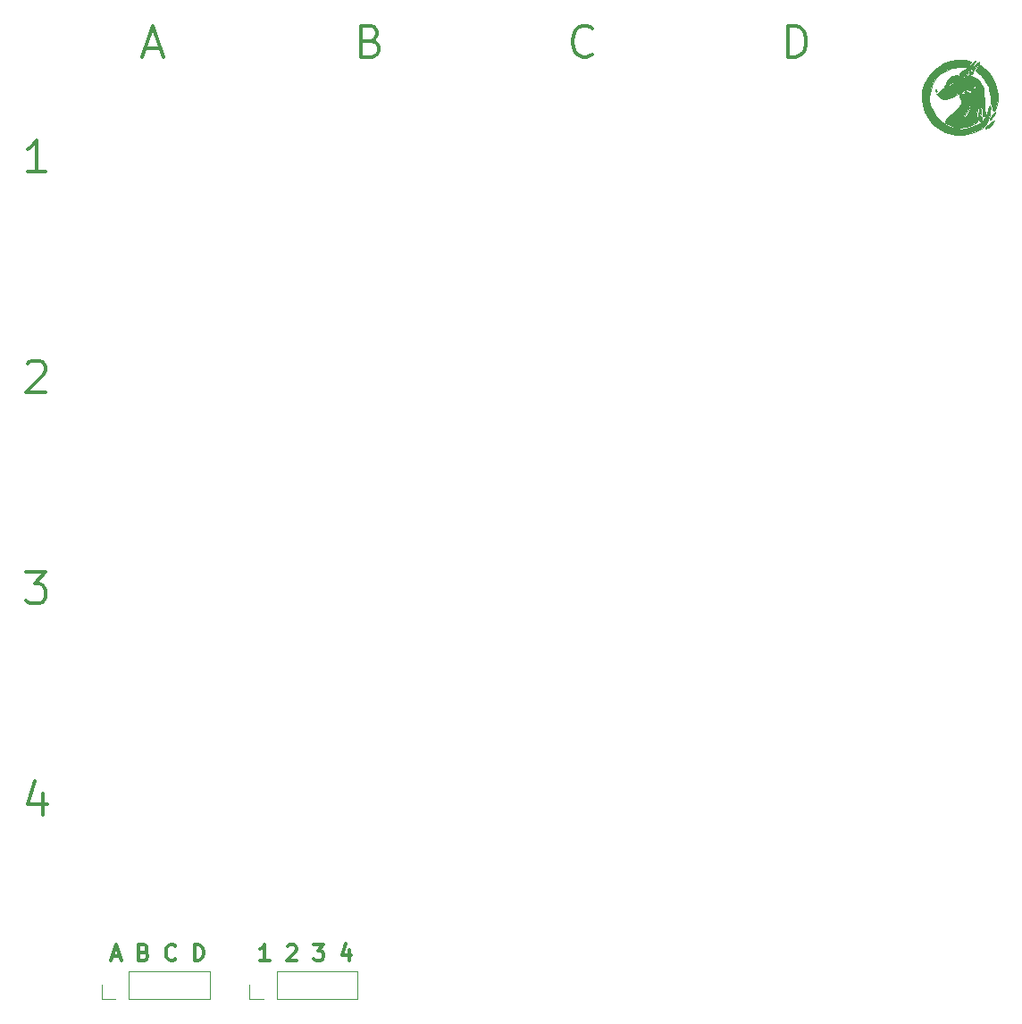
<source format=gbr>
G04 #@! TF.GenerationSoftware,KiCad,Pcbnew,(5.1.5)-3*
G04 #@! TF.CreationDate,2021-02-09T20:58:30+01:00*
G04 #@! TF.ProjectId,Keyboard,4b657962-6f61-4726-942e-6b696361645f,rev?*
G04 #@! TF.SameCoordinates,Original*
G04 #@! TF.FileFunction,Legend,Top*
G04 #@! TF.FilePolarity,Positive*
%FSLAX46Y46*%
G04 Gerber Fmt 4.6, Leading zero omitted, Abs format (unit mm)*
G04 Created by KiCad (PCBNEW (5.1.5)-3) date 2021-02-09 20:58:30*
%MOMM*%
%LPD*%
G04 APERTURE LIST*
%ADD10C,0.300000*%
%ADD11C,0.010000*%
%ADD12C,0.120000*%
%ADD13C,0.150000*%
G04 APERTURE END LIST*
D10*
X114571428Y-127678571D02*
X113714285Y-127678571D01*
X114142857Y-127678571D02*
X114142857Y-126178571D01*
X114000000Y-126392857D01*
X113857142Y-126535714D01*
X113714285Y-126607142D01*
X116285714Y-126321428D02*
X116357142Y-126250000D01*
X116500000Y-126178571D01*
X116857142Y-126178571D01*
X117000000Y-126250000D01*
X117071428Y-126321428D01*
X117142857Y-126464285D01*
X117142857Y-126607142D01*
X117071428Y-126821428D01*
X116214285Y-127678571D01*
X117142857Y-127678571D01*
X118785714Y-126178571D02*
X119714285Y-126178571D01*
X119214285Y-126750000D01*
X119428571Y-126750000D01*
X119571428Y-126821428D01*
X119642857Y-126892857D01*
X119714285Y-127035714D01*
X119714285Y-127392857D01*
X119642857Y-127535714D01*
X119571428Y-127607142D01*
X119428571Y-127678571D01*
X119000000Y-127678571D01*
X118857142Y-127607142D01*
X118785714Y-127535714D01*
X122142857Y-126678571D02*
X122142857Y-127678571D01*
X121785714Y-126107142D02*
X121428571Y-127178571D01*
X122357142Y-127178571D01*
X99678571Y-127250000D02*
X100392857Y-127250000D01*
X99535714Y-127678571D02*
X100035714Y-126178571D01*
X100535714Y-127678571D01*
X102678571Y-126892857D02*
X102892857Y-126964285D01*
X102964285Y-127035714D01*
X103035714Y-127178571D01*
X103035714Y-127392857D01*
X102964285Y-127535714D01*
X102892857Y-127607142D01*
X102750000Y-127678571D01*
X102178571Y-127678571D01*
X102178571Y-126178571D01*
X102678571Y-126178571D01*
X102821428Y-126250000D01*
X102892857Y-126321428D01*
X102964285Y-126464285D01*
X102964285Y-126607142D01*
X102892857Y-126750000D01*
X102821428Y-126821428D01*
X102678571Y-126892857D01*
X102178571Y-126892857D01*
X105678571Y-127535714D02*
X105607142Y-127607142D01*
X105392857Y-127678571D01*
X105250000Y-127678571D01*
X105035714Y-127607142D01*
X104892857Y-127464285D01*
X104821428Y-127321428D01*
X104750000Y-127035714D01*
X104750000Y-126821428D01*
X104821428Y-126535714D01*
X104892857Y-126392857D01*
X105035714Y-126250000D01*
X105250000Y-126178571D01*
X105392857Y-126178571D01*
X105607142Y-126250000D01*
X105678571Y-126321428D01*
X107464285Y-127678571D02*
X107464285Y-126178571D01*
X107821428Y-126178571D01*
X108035714Y-126250000D01*
X108178571Y-126392857D01*
X108250000Y-126535714D01*
X108321428Y-126821428D01*
X108321428Y-127035714D01*
X108250000Y-127321428D01*
X108178571Y-127464285D01*
X108035714Y-127607142D01*
X107821428Y-127678571D01*
X107464285Y-127678571D01*
X93071428Y-111857142D02*
X93071428Y-113857142D01*
X92357142Y-110714285D02*
X91642857Y-112857142D01*
X93500000Y-112857142D01*
X91500000Y-90857142D02*
X93357142Y-90857142D01*
X92357142Y-92000000D01*
X92785714Y-92000000D01*
X93071428Y-92142857D01*
X93214285Y-92285714D01*
X93357142Y-92571428D01*
X93357142Y-93285714D01*
X93214285Y-93571428D01*
X93071428Y-93714285D01*
X92785714Y-93857142D01*
X91928571Y-93857142D01*
X91642857Y-93714285D01*
X91500000Y-93571428D01*
X91642857Y-71142857D02*
X91785714Y-71000000D01*
X92071428Y-70857142D01*
X92785714Y-70857142D01*
X93071428Y-71000000D01*
X93214285Y-71142857D01*
X93357142Y-71428571D01*
X93357142Y-71714285D01*
X93214285Y-72142857D01*
X91500000Y-73857142D01*
X93357142Y-73857142D01*
X93357142Y-52959142D02*
X91642857Y-52959142D01*
X92500000Y-52959142D02*
X92500000Y-49959142D01*
X92214285Y-50387714D01*
X91928571Y-50673428D01*
X91642857Y-50816285D01*
X163714285Y-42107142D02*
X163714285Y-39107142D01*
X164428571Y-39107142D01*
X164857142Y-39250000D01*
X165142857Y-39535714D01*
X165285714Y-39821428D01*
X165428571Y-40392857D01*
X165428571Y-40821428D01*
X165285714Y-41392857D01*
X165142857Y-41678571D01*
X164857142Y-41964285D01*
X164428571Y-42107142D01*
X163714285Y-42107142D01*
X145178571Y-41821428D02*
X145035714Y-41964285D01*
X144607142Y-42107142D01*
X144321428Y-42107142D01*
X143892857Y-41964285D01*
X143607142Y-41678571D01*
X143464285Y-41392857D01*
X143321428Y-40821428D01*
X143321428Y-40392857D01*
X143464285Y-39821428D01*
X143607142Y-39535714D01*
X143892857Y-39250000D01*
X144321428Y-39107142D01*
X144607142Y-39107142D01*
X145035714Y-39250000D01*
X145178571Y-39392857D01*
X124214285Y-40535714D02*
X124642857Y-40678571D01*
X124785714Y-40821428D01*
X124928571Y-41107142D01*
X124928571Y-41535714D01*
X124785714Y-41821428D01*
X124642857Y-41964285D01*
X124357142Y-42107142D01*
X123214285Y-42107142D01*
X123214285Y-39107142D01*
X124214285Y-39107142D01*
X124500000Y-39250000D01*
X124642857Y-39392857D01*
X124785714Y-39678571D01*
X124785714Y-39964285D01*
X124642857Y-40250000D01*
X124500000Y-40392857D01*
X124214285Y-40535714D01*
X123214285Y-40535714D01*
X102785714Y-41250000D02*
X104214285Y-41250000D01*
X102500000Y-42107142D02*
X103500000Y-39107142D01*
X104500000Y-42107142D01*
D11*
G36*
X180489194Y-42368544D02*
G01*
X180497414Y-42369671D01*
X180828950Y-42421904D01*
X181026325Y-42475419D01*
X181100525Y-42542437D01*
X181062537Y-42635181D01*
X180923346Y-42765870D01*
X180883054Y-42798663D01*
X180723038Y-42918700D01*
X180580507Y-42991612D01*
X180409445Y-43030432D01*
X180163841Y-43048193D01*
X179982798Y-43053645D01*
X179316176Y-43135360D01*
X178718352Y-43338943D01*
X178199969Y-43653657D01*
X177771669Y-44068765D01*
X177444098Y-44573531D01*
X177227897Y-45157216D01*
X177133711Y-45809084D01*
X177130552Y-45930996D01*
X177133078Y-46252226D01*
X177156410Y-46488312D01*
X177214304Y-46699497D01*
X177320515Y-46946023D01*
X177399294Y-47107955D01*
X177764911Y-47685689D01*
X178244868Y-48177522D01*
X178720973Y-48511541D01*
X179037762Y-48659762D01*
X179425351Y-48788042D01*
X179818137Y-48877976D01*
X180145559Y-48911175D01*
X180505862Y-48873107D01*
X180914559Y-48772596D01*
X181300615Y-48630177D01*
X181526889Y-48511822D01*
X181720443Y-48402227D01*
X181874282Y-48336931D01*
X181915928Y-48328940D01*
X182047424Y-48272097D01*
X182178953Y-48141767D01*
X182253204Y-47998250D01*
X182256161Y-47970979D01*
X182305617Y-47854568D01*
X182388789Y-47758371D01*
X182474352Y-47632672D01*
X182579003Y-47411145D01*
X182682249Y-47138039D01*
X182697535Y-47091691D01*
X182785166Y-46824779D01*
X182839234Y-46683055D01*
X182869853Y-46652858D01*
X182887139Y-46720524D01*
X182897015Y-46822262D01*
X182888484Y-47183854D01*
X182818946Y-47598717D01*
X182702708Y-48011101D01*
X182554079Y-48365257D01*
X182461994Y-48517419D01*
X182176518Y-48804861D01*
X181779011Y-49050228D01*
X181298933Y-49245614D01*
X180765746Y-49383114D01*
X180208910Y-49454820D01*
X179657886Y-49452827D01*
X179218543Y-49387840D01*
X178594448Y-49178169D01*
X177998336Y-48849457D01*
X177475858Y-48427150D01*
X177451446Y-48402996D01*
X176999910Y-47855925D01*
X176675233Y-47256960D01*
X176476181Y-46623344D01*
X176401522Y-45972320D01*
X176450022Y-45321133D01*
X176620450Y-44687025D01*
X176911572Y-44087239D01*
X177322155Y-43539019D01*
X177832485Y-43073512D01*
X178436158Y-42704413D01*
X179097085Y-42459416D01*
X179789889Y-42345226D01*
X180489194Y-42368544D01*
G37*
X180489194Y-42368544D02*
X180497414Y-42369671D01*
X180828950Y-42421904D01*
X181026325Y-42475419D01*
X181100525Y-42542437D01*
X181062537Y-42635181D01*
X180923346Y-42765870D01*
X180883054Y-42798663D01*
X180723038Y-42918700D01*
X180580507Y-42991612D01*
X180409445Y-43030432D01*
X180163841Y-43048193D01*
X179982798Y-43053645D01*
X179316176Y-43135360D01*
X178718352Y-43338943D01*
X178199969Y-43653657D01*
X177771669Y-44068765D01*
X177444098Y-44573531D01*
X177227897Y-45157216D01*
X177133711Y-45809084D01*
X177130552Y-45930996D01*
X177133078Y-46252226D01*
X177156410Y-46488312D01*
X177214304Y-46699497D01*
X177320515Y-46946023D01*
X177399294Y-47107955D01*
X177764911Y-47685689D01*
X178244868Y-48177522D01*
X178720973Y-48511541D01*
X179037762Y-48659762D01*
X179425351Y-48788042D01*
X179818137Y-48877976D01*
X180145559Y-48911175D01*
X180505862Y-48873107D01*
X180914559Y-48772596D01*
X181300615Y-48630177D01*
X181526889Y-48511822D01*
X181720443Y-48402227D01*
X181874282Y-48336931D01*
X181915928Y-48328940D01*
X182047424Y-48272097D01*
X182178953Y-48141767D01*
X182253204Y-47998250D01*
X182256161Y-47970979D01*
X182305617Y-47854568D01*
X182388789Y-47758371D01*
X182474352Y-47632672D01*
X182579003Y-47411145D01*
X182682249Y-47138039D01*
X182697535Y-47091691D01*
X182785166Y-46824779D01*
X182839234Y-46683055D01*
X182869853Y-46652858D01*
X182887139Y-46720524D01*
X182897015Y-46822262D01*
X182888484Y-47183854D01*
X182818946Y-47598717D01*
X182702708Y-48011101D01*
X182554079Y-48365257D01*
X182461994Y-48517419D01*
X182176518Y-48804861D01*
X181779011Y-49050228D01*
X181298933Y-49245614D01*
X180765746Y-49383114D01*
X180208910Y-49454820D01*
X179657886Y-49452827D01*
X179218543Y-49387840D01*
X178594448Y-49178169D01*
X177998336Y-48849457D01*
X177475858Y-48427150D01*
X177451446Y-48402996D01*
X176999910Y-47855925D01*
X176675233Y-47256960D01*
X176476181Y-46623344D01*
X176401522Y-45972320D01*
X176450022Y-45321133D01*
X176620450Y-44687025D01*
X176911572Y-44087239D01*
X177322155Y-43539019D01*
X177832485Y-43073512D01*
X178436158Y-42704413D01*
X179097085Y-42459416D01*
X179789889Y-42345226D01*
X180489194Y-42368544D01*
G36*
X183228203Y-48203508D02*
G01*
X183138537Y-48340976D01*
X183007102Y-48502603D01*
X182865250Y-48649795D01*
X182745599Y-48743257D01*
X182560987Y-48821379D01*
X182442313Y-48824282D01*
X182418157Y-48751601D01*
X182419460Y-48747422D01*
X182495204Y-48651853D01*
X182646947Y-48526102D01*
X182698448Y-48490242D01*
X182894716Y-48353799D01*
X183059383Y-48230382D01*
X183081847Y-48212108D01*
X183194771Y-48136740D01*
X183244748Y-48128797D01*
X183228203Y-48203508D01*
G37*
X183228203Y-48203508D02*
X183138537Y-48340976D01*
X183007102Y-48502603D01*
X182865250Y-48649795D01*
X182745599Y-48743257D01*
X182560987Y-48821379D01*
X182442313Y-48824282D01*
X182418157Y-48751601D01*
X182419460Y-48747422D01*
X182495204Y-48651853D01*
X182646947Y-48526102D01*
X182698448Y-48490242D01*
X182894716Y-48353799D01*
X183059383Y-48230382D01*
X183081847Y-48212108D01*
X183194771Y-48136740D01*
X183244748Y-48128797D01*
X183228203Y-48203508D01*
G36*
X179836600Y-43773923D02*
G01*
X179820028Y-43813422D01*
X179841552Y-43898263D01*
X179946005Y-43993725D01*
X180109130Y-44063355D01*
X180302676Y-44050765D01*
X180377123Y-44032066D01*
X180573193Y-43958334D01*
X180710393Y-43872418D01*
X180721353Y-43860771D01*
X180796082Y-43805635D01*
X180912145Y-43808162D01*
X181111322Y-43867649D01*
X181512455Y-44057596D01*
X181827569Y-44334129D01*
X182076077Y-44699415D01*
X182162724Y-44862797D01*
X182223131Y-45007582D01*
X182262643Y-45165757D01*
X182286601Y-45369308D01*
X182300349Y-45650221D01*
X182309229Y-46040482D01*
X182310320Y-46101823D01*
X182321786Y-46493949D01*
X182340649Y-46854209D01*
X182364483Y-47147207D01*
X182390867Y-47337549D01*
X182396560Y-47361368D01*
X182430848Y-47539215D01*
X182399008Y-47627288D01*
X182357457Y-47650628D01*
X182238234Y-47663479D01*
X182205867Y-47647891D01*
X182173447Y-47543549D01*
X182157543Y-47346408D01*
X182158186Y-47108290D01*
X182175403Y-46881018D01*
X182205345Y-46727794D01*
X182240964Y-46604214D01*
X182216156Y-46608195D01*
X182150760Y-46687120D01*
X182074913Y-46863120D01*
X182039025Y-47123278D01*
X182037823Y-47182676D01*
X182019737Y-47405535D01*
X181974413Y-47487504D01*
X181915249Y-47427465D01*
X181855644Y-47224300D01*
X181850594Y-47198307D01*
X181804610Y-47031434D01*
X181752923Y-46948240D01*
X181745003Y-46946132D01*
X181690430Y-47012097D01*
X181647883Y-47183089D01*
X181622196Y-47418754D01*
X181618204Y-47678739D01*
X181633661Y-47875480D01*
X181654541Y-48088547D01*
X181628480Y-48216008D01*
X181532221Y-48315877D01*
X181427836Y-48388879D01*
X180996582Y-48602023D01*
X180493709Y-48727593D01*
X179968576Y-48758958D01*
X179470543Y-48689487D01*
X179381376Y-48663811D01*
X179100992Y-48560810D01*
X178845689Y-48442323D01*
X178656798Y-48329270D01*
X178582952Y-48259639D01*
X178577841Y-48148119D01*
X178678604Y-47989215D01*
X178798207Y-47869261D01*
X180300204Y-47869261D01*
X180321006Y-47909405D01*
X180416745Y-47846892D01*
X180547121Y-47710316D01*
X180712183Y-47479631D01*
X180879204Y-47185006D01*
X180981065Y-46963561D01*
X181076234Y-46689647D01*
X181140230Y-46433113D01*
X181158281Y-46272157D01*
X181150740Y-46153556D01*
X181131996Y-46150558D01*
X181094246Y-46273564D01*
X181062162Y-46400287D01*
X180873076Y-46942688D01*
X180575657Y-47438609D01*
X180499484Y-47538840D01*
X180358358Y-47740919D01*
X180300204Y-47869261D01*
X178798207Y-47869261D01*
X178891859Y-47775335D01*
X179224219Y-47498886D01*
X179291871Y-47446028D01*
X179684414Y-47104397D01*
X179961708Y-46780983D01*
X180115416Y-46486866D01*
X180145111Y-46312212D01*
X180112045Y-46156733D01*
X180035170Y-45971998D01*
X179971188Y-45794301D01*
X180006399Y-45672852D01*
X180154048Y-45597165D01*
X180427383Y-45556751D01*
X180570311Y-45548312D01*
X180856815Y-45524877D01*
X181007980Y-45484576D01*
X181037638Y-45437554D01*
X181083203Y-45346189D01*
X181217786Y-45246023D01*
X181228962Y-45240103D01*
X181388450Y-45124956D01*
X181493835Y-44990349D01*
X181514974Y-44878733D01*
X181501127Y-44856810D01*
X181398994Y-44840466D01*
X181220261Y-44872583D01*
X181018963Y-44937417D01*
X180849136Y-45019225D01*
X180790603Y-45063839D01*
X180652426Y-45166977D01*
X180555661Y-45199427D01*
X180432908Y-45241671D01*
X180272789Y-45343827D01*
X180266308Y-45348880D01*
X180102305Y-45454256D01*
X179845086Y-45594210D01*
X179536361Y-45748706D01*
X179217839Y-45897708D01*
X178931228Y-46021179D01*
X178718238Y-46099082D01*
X178686342Y-46107883D01*
X178529837Y-46110223D01*
X178336386Y-46033456D01*
X178140496Y-45913261D01*
X177948899Y-45773479D01*
X177819872Y-45656814D01*
X177784395Y-45599714D01*
X177842658Y-45524372D01*
X177990723Y-45399122D01*
X178179833Y-45262683D01*
X178410008Y-45092712D01*
X178549863Y-44939528D01*
X178638752Y-44753797D01*
X178640160Y-44749324D01*
X178981089Y-44749324D01*
X178997282Y-44815376D01*
X179067547Y-44778393D01*
X179114184Y-44737641D01*
X179249617Y-44643910D01*
X179332522Y-44617192D01*
X179412889Y-44568620D01*
X179417765Y-44544413D01*
X179403430Y-44483885D01*
X179335576Y-44485613D01*
X179176935Y-44551331D01*
X179166462Y-44556095D01*
X179030427Y-44653150D01*
X178981089Y-44749324D01*
X178640160Y-44749324D01*
X178673302Y-44644059D01*
X178813095Y-44296201D01*
X179015250Y-44056425D01*
X179311505Y-43890510D01*
X179403547Y-43856714D01*
X179658752Y-43775561D01*
X179797228Y-43748575D01*
X179836600Y-43773923D01*
G37*
X179836600Y-43773923D02*
X179820028Y-43813422D01*
X179841552Y-43898263D01*
X179946005Y-43993725D01*
X180109130Y-44063355D01*
X180302676Y-44050765D01*
X180377123Y-44032066D01*
X180573193Y-43958334D01*
X180710393Y-43872418D01*
X180721353Y-43860771D01*
X180796082Y-43805635D01*
X180912145Y-43808162D01*
X181111322Y-43867649D01*
X181512455Y-44057596D01*
X181827569Y-44334129D01*
X182076077Y-44699415D01*
X182162724Y-44862797D01*
X182223131Y-45007582D01*
X182262643Y-45165757D01*
X182286601Y-45369308D01*
X182300349Y-45650221D01*
X182309229Y-46040482D01*
X182310320Y-46101823D01*
X182321786Y-46493949D01*
X182340649Y-46854209D01*
X182364483Y-47147207D01*
X182390867Y-47337549D01*
X182396560Y-47361368D01*
X182430848Y-47539215D01*
X182399008Y-47627288D01*
X182357457Y-47650628D01*
X182238234Y-47663479D01*
X182205867Y-47647891D01*
X182173447Y-47543549D01*
X182157543Y-47346408D01*
X182158186Y-47108290D01*
X182175403Y-46881018D01*
X182205345Y-46727794D01*
X182240964Y-46604214D01*
X182216156Y-46608195D01*
X182150760Y-46687120D01*
X182074913Y-46863120D01*
X182039025Y-47123278D01*
X182037823Y-47182676D01*
X182019737Y-47405535D01*
X181974413Y-47487504D01*
X181915249Y-47427465D01*
X181855644Y-47224300D01*
X181850594Y-47198307D01*
X181804610Y-47031434D01*
X181752923Y-46948240D01*
X181745003Y-46946132D01*
X181690430Y-47012097D01*
X181647883Y-47183089D01*
X181622196Y-47418754D01*
X181618204Y-47678739D01*
X181633661Y-47875480D01*
X181654541Y-48088547D01*
X181628480Y-48216008D01*
X181532221Y-48315877D01*
X181427836Y-48388879D01*
X180996582Y-48602023D01*
X180493709Y-48727593D01*
X179968576Y-48758958D01*
X179470543Y-48689487D01*
X179381376Y-48663811D01*
X179100992Y-48560810D01*
X178845689Y-48442323D01*
X178656798Y-48329270D01*
X178582952Y-48259639D01*
X178577841Y-48148119D01*
X178678604Y-47989215D01*
X178798207Y-47869261D01*
X180300204Y-47869261D01*
X180321006Y-47909405D01*
X180416745Y-47846892D01*
X180547121Y-47710316D01*
X180712183Y-47479631D01*
X180879204Y-47185006D01*
X180981065Y-46963561D01*
X181076234Y-46689647D01*
X181140230Y-46433113D01*
X181158281Y-46272157D01*
X181150740Y-46153556D01*
X181131996Y-46150558D01*
X181094246Y-46273564D01*
X181062162Y-46400287D01*
X180873076Y-46942688D01*
X180575657Y-47438609D01*
X180499484Y-47538840D01*
X180358358Y-47740919D01*
X180300204Y-47869261D01*
X178798207Y-47869261D01*
X178891859Y-47775335D01*
X179224219Y-47498886D01*
X179291871Y-47446028D01*
X179684414Y-47104397D01*
X179961708Y-46780983D01*
X180115416Y-46486866D01*
X180145111Y-46312212D01*
X180112045Y-46156733D01*
X180035170Y-45971998D01*
X179971188Y-45794301D01*
X180006399Y-45672852D01*
X180154048Y-45597165D01*
X180427383Y-45556751D01*
X180570311Y-45548312D01*
X180856815Y-45524877D01*
X181007980Y-45484576D01*
X181037638Y-45437554D01*
X181083203Y-45346189D01*
X181217786Y-45246023D01*
X181228962Y-45240103D01*
X181388450Y-45124956D01*
X181493835Y-44990349D01*
X181514974Y-44878733D01*
X181501127Y-44856810D01*
X181398994Y-44840466D01*
X181220261Y-44872583D01*
X181018963Y-44937417D01*
X180849136Y-45019225D01*
X180790603Y-45063839D01*
X180652426Y-45166977D01*
X180555661Y-45199427D01*
X180432908Y-45241671D01*
X180272789Y-45343827D01*
X180266308Y-45348880D01*
X180102305Y-45454256D01*
X179845086Y-45594210D01*
X179536361Y-45748706D01*
X179217839Y-45897708D01*
X178931228Y-46021179D01*
X178718238Y-46099082D01*
X178686342Y-46107883D01*
X178529837Y-46110223D01*
X178336386Y-46033456D01*
X178140496Y-45913261D01*
X177948899Y-45773479D01*
X177819872Y-45656814D01*
X177784395Y-45599714D01*
X177842658Y-45524372D01*
X177990723Y-45399122D01*
X178179833Y-45262683D01*
X178410008Y-45092712D01*
X178549863Y-44939528D01*
X178638752Y-44753797D01*
X178640160Y-44749324D01*
X178981089Y-44749324D01*
X178997282Y-44815376D01*
X179067547Y-44778393D01*
X179114184Y-44737641D01*
X179249617Y-44643910D01*
X179332522Y-44617192D01*
X179412889Y-44568620D01*
X179417765Y-44544413D01*
X179403430Y-44483885D01*
X179335576Y-44485613D01*
X179176935Y-44551331D01*
X179166462Y-44556095D01*
X179030427Y-44653150D01*
X178981089Y-44749324D01*
X178640160Y-44749324D01*
X178673302Y-44644059D01*
X178813095Y-44296201D01*
X179015250Y-44056425D01*
X179311505Y-43890510D01*
X179403547Y-43856714D01*
X179658752Y-43775561D01*
X179797228Y-43748575D01*
X179836600Y-43773923D01*
G36*
X181799218Y-47382808D02*
G01*
X181869000Y-47518545D01*
X181975421Y-47685161D01*
X182072059Y-47869397D01*
X182110602Y-48030863D01*
X182063922Y-48153729D01*
X181958909Y-48184142D01*
X181848105Y-48123958D01*
X181792577Y-48019628D01*
X181768467Y-47876532D01*
X181756139Y-47698909D01*
X181755175Y-47526855D01*
X181765156Y-47400464D01*
X181785664Y-47359831D01*
X181799218Y-47382808D01*
G37*
X181799218Y-47382808D02*
X181869000Y-47518545D01*
X181975421Y-47685161D01*
X182072059Y-47869397D01*
X182110602Y-48030863D01*
X182063922Y-48153729D01*
X181958909Y-48184142D01*
X181848105Y-48123958D01*
X181792577Y-48019628D01*
X181768467Y-47876532D01*
X181756139Y-47698909D01*
X181755175Y-47526855D01*
X181765156Y-47400464D01*
X181785664Y-47359831D01*
X181799218Y-47382808D01*
G36*
X183391534Y-47347846D02*
G01*
X183313874Y-47498561D01*
X183196000Y-47678548D01*
X183064143Y-47846321D01*
X182986304Y-47926527D01*
X182880125Y-48012375D01*
X182842308Y-47997584D01*
X182838396Y-47940143D01*
X182879470Y-47836014D01*
X182982488Y-47681405D01*
X183117144Y-47512418D01*
X183253129Y-47365154D01*
X183360137Y-47275715D01*
X183402749Y-47267888D01*
X183391534Y-47347846D01*
G37*
X183391534Y-47347846D02*
X183313874Y-47498561D01*
X183196000Y-47678548D01*
X183064143Y-47846321D01*
X182986304Y-47926527D01*
X182880125Y-48012375D01*
X182842308Y-47997584D01*
X182838396Y-47940143D01*
X182879470Y-47836014D01*
X182982488Y-47681405D01*
X183117144Y-47512418D01*
X183253129Y-47365154D01*
X183360137Y-47275715D01*
X183402749Y-47267888D01*
X183391534Y-47347846D01*
G36*
X182161023Y-43033149D02*
G01*
X182666431Y-43482871D01*
X183076914Y-44034446D01*
X183381925Y-44671120D01*
X183542236Y-45227301D01*
X183603768Y-45678798D01*
X183609615Y-46147081D01*
X183561651Y-46577231D01*
X183486747Y-46854489D01*
X183383435Y-47041481D01*
X183262564Y-47146609D01*
X183154159Y-47153053D01*
X183095817Y-47073496D01*
X183065142Y-46936936D01*
X183025902Y-46688083D01*
X182976534Y-46315996D01*
X182916448Y-45818052D01*
X182867952Y-45488782D01*
X182804205Y-45168524D01*
X182738369Y-44922701D01*
X182733441Y-44908310D01*
X182555868Y-44539841D01*
X182290089Y-44154874D01*
X181975867Y-43806263D01*
X181771102Y-43629224D01*
X181469196Y-43398953D01*
X181649117Y-43097238D01*
X181829037Y-42795524D01*
X182161023Y-43033149D01*
G37*
X182161023Y-43033149D02*
X182666431Y-43482871D01*
X183076914Y-44034446D01*
X183381925Y-44671120D01*
X183542236Y-45227301D01*
X183603768Y-45678798D01*
X183609615Y-46147081D01*
X183561651Y-46577231D01*
X183486747Y-46854489D01*
X183383435Y-47041481D01*
X183262564Y-47146609D01*
X183154159Y-47153053D01*
X183095817Y-47073496D01*
X183065142Y-46936936D01*
X183025902Y-46688083D01*
X182976534Y-46315996D01*
X182916448Y-45818052D01*
X182867952Y-45488782D01*
X182804205Y-45168524D01*
X182738369Y-44922701D01*
X182733441Y-44908310D01*
X182555868Y-44539841D01*
X182290089Y-44154874D01*
X181975867Y-43806263D01*
X181771102Y-43629224D01*
X181469196Y-43398953D01*
X181649117Y-43097238D01*
X181829037Y-42795524D01*
X182161023Y-43033149D01*
G36*
X180723428Y-45380881D02*
G01*
X180800573Y-45417765D01*
X180837323Y-45464320D01*
X180750248Y-45485989D01*
X180636820Y-45489430D01*
X180461379Y-45473007D01*
X180368385Y-45430887D01*
X180363897Y-45417765D01*
X180423476Y-45361596D01*
X180562951Y-45349301D01*
X180723428Y-45380881D01*
G37*
X180723428Y-45380881D02*
X180800573Y-45417765D01*
X180837323Y-45464320D01*
X180750248Y-45485989D01*
X180636820Y-45489430D01*
X180461379Y-45473007D01*
X180368385Y-45430887D01*
X180363897Y-45417765D01*
X180423476Y-45361596D01*
X180562951Y-45349301D01*
X180723428Y-45380881D01*
G36*
X177781996Y-45172744D02*
G01*
X177797173Y-45195335D01*
X177844378Y-45331969D01*
X177814615Y-45382615D01*
X177732319Y-45366506D01*
X177700071Y-45315610D01*
X177672023Y-45174166D01*
X177706811Y-45117279D01*
X177781996Y-45172744D01*
G37*
X177781996Y-45172744D02*
X177797173Y-45195335D01*
X177844378Y-45331969D01*
X177814615Y-45382615D01*
X177732319Y-45366506D01*
X177700071Y-45315610D01*
X177672023Y-45174166D01*
X177706811Y-45117279D01*
X177781996Y-45172744D01*
G36*
X181259199Y-44996796D02*
G01*
X181351582Y-45019609D01*
X181336483Y-45059059D01*
X181202793Y-45138021D01*
X181186279Y-45146925D01*
X180955543Y-45251594D01*
X180829277Y-45260074D01*
X180800573Y-45201988D01*
X180863525Y-45106621D01*
X181013618Y-45028305D01*
X181192713Y-44993052D01*
X181259199Y-44996796D01*
G37*
X181259199Y-44996796D02*
X181351582Y-45019609D01*
X181336483Y-45059059D01*
X181202793Y-45138021D01*
X181186279Y-45146925D01*
X180955543Y-45251594D01*
X180829277Y-45260074D01*
X180800573Y-45201988D01*
X180863525Y-45106621D01*
X181013618Y-45028305D01*
X181192713Y-44993052D01*
X181259199Y-44996796D01*
G36*
X181459857Y-42536549D02*
G01*
X181355041Y-42725734D01*
X181167752Y-43026092D01*
X181060936Y-43192460D01*
X180825283Y-43535047D01*
X180626871Y-43763838D01*
X180443180Y-43897762D01*
X180251689Y-43955747D01*
X180145116Y-43962178D01*
X180007549Y-43927326D01*
X179963208Y-43888747D01*
X179945198Y-43733273D01*
X180047770Y-43556296D01*
X180254378Y-43385124D01*
X180276681Y-43371433D01*
X180455922Y-43248498D01*
X180699273Y-43061310D01*
X180963309Y-42843714D01*
X181051710Y-42767389D01*
X181278129Y-42573958D01*
X181421536Y-42466868D01*
X181482067Y-42452330D01*
X181459857Y-42536549D01*
G37*
X181459857Y-42536549D02*
X181355041Y-42725734D01*
X181167752Y-43026092D01*
X181060936Y-43192460D01*
X180825283Y-43535047D01*
X180626871Y-43763838D01*
X180443180Y-43897762D01*
X180251689Y-43955747D01*
X180145116Y-43962178D01*
X180007549Y-43927326D01*
X179963208Y-43888747D01*
X179945198Y-43733273D01*
X180047770Y-43556296D01*
X180254378Y-43385124D01*
X180276681Y-43371433D01*
X180455922Y-43248498D01*
X180699273Y-43061310D01*
X180963309Y-42843714D01*
X181051710Y-42767389D01*
X181278129Y-42573958D01*
X181421536Y-42466868D01*
X181482067Y-42452330D01*
X181459857Y-42536549D01*
G36*
X181188188Y-43421541D02*
G01*
X181263020Y-43479160D01*
X181228600Y-43584579D01*
X181216318Y-43604753D01*
X181096727Y-43721606D01*
X180974752Y-43735343D01*
X180920492Y-43688453D01*
X180925569Y-43582908D01*
X181013939Y-43475028D01*
X181133739Y-43416522D01*
X181188188Y-43421541D01*
G37*
X181188188Y-43421541D02*
X181263020Y-43479160D01*
X181228600Y-43584579D01*
X181216318Y-43604753D01*
X181096727Y-43721606D01*
X180974752Y-43735343D01*
X180920492Y-43688453D01*
X180925569Y-43582908D01*
X181013939Y-43475028D01*
X181133739Y-43416522D01*
X181188188Y-43421541D01*
G36*
X181866935Y-42529781D02*
G01*
X181847562Y-42602241D01*
X181763810Y-42755331D01*
X181674472Y-42894779D01*
X181520783Y-43096761D01*
X181404170Y-43182906D01*
X181325353Y-43180982D01*
X181242649Y-43160046D01*
X181268396Y-43216313D01*
X181300746Y-43257148D01*
X181352213Y-43354437D01*
X181323236Y-43379943D01*
X181215452Y-43326692D01*
X181201790Y-43308668D01*
X181196662Y-43193626D01*
X181231103Y-43100311D01*
X181320182Y-42980737D01*
X181462905Y-42831593D01*
X181623621Y-42684866D01*
X181766681Y-42572545D01*
X181856435Y-42526618D01*
X181866935Y-42529781D01*
G37*
X181866935Y-42529781D02*
X181847562Y-42602241D01*
X181763810Y-42755331D01*
X181674472Y-42894779D01*
X181520783Y-43096761D01*
X181404170Y-43182906D01*
X181325353Y-43180982D01*
X181242649Y-43160046D01*
X181268396Y-43216313D01*
X181300746Y-43257148D01*
X181352213Y-43354437D01*
X181323236Y-43379943D01*
X181215452Y-43326692D01*
X181201790Y-43308668D01*
X181196662Y-43193626D01*
X181231103Y-43100311D01*
X181320182Y-42980737D01*
X181462905Y-42831593D01*
X181623621Y-42684866D01*
X181766681Y-42572545D01*
X181856435Y-42526618D01*
X181866935Y-42529781D01*
D12*
X112670000Y-131330000D02*
X112670000Y-130000000D01*
X114000000Y-131330000D02*
X112670000Y-131330000D01*
X115270000Y-131330000D02*
X115270000Y-128670000D01*
X115270000Y-128670000D02*
X122950000Y-128670000D01*
X115270000Y-131330000D02*
X122950000Y-131330000D01*
X122950000Y-131330000D02*
X122950000Y-128670000D01*
X98670000Y-131330000D02*
X98670000Y-130000000D01*
X100000000Y-131330000D02*
X98670000Y-131330000D01*
X101270000Y-131330000D02*
X101270000Y-128670000D01*
X101270000Y-128670000D02*
X108950000Y-128670000D01*
X101270000Y-131330000D02*
X108950000Y-131330000D01*
X108950000Y-131330000D02*
X108950000Y-128670000D01*
D13*
M02*

</source>
